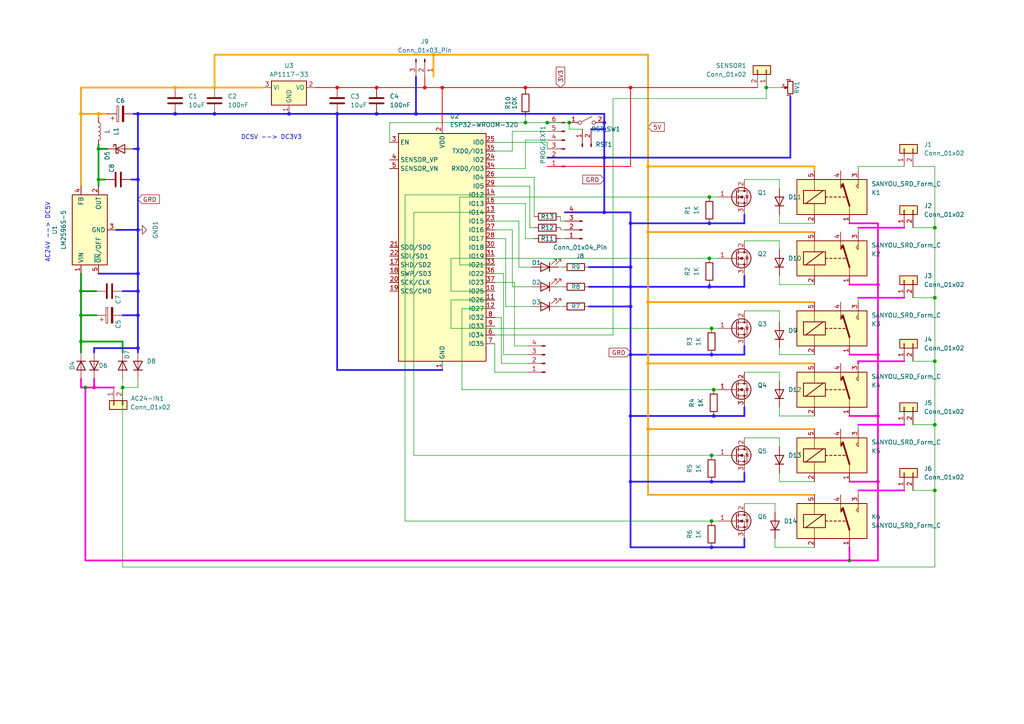
<source format=kicad_sch>
(kicad_sch (version 20230121) (generator eeschema)
  (paper "A4")
  (title_block (rev "1.2.0.1"))
  (junction (at 175.26 61.595) (color 41 23 255 1))
  (junction (at 23.495 99.06))
  (junction (at 28.575 43.18))
  (junction (at 254.635 139.7) (color 255 4 195 1))
  (junction (at 128.27 25.4) (color 255 0 4 1))
  (junction (at 254.635 102.87) (color 255 4 195 1))
  (junction (at 28.575 52.07))
  (junction (at 23.495 91.44))
  (junction (at 125.73 15.875) (color 255 158 14 1))
  (junction (at 40.005 43.18) (color 41 23 255 1))
  (junction (at 187.96 48.26) (color 255 158 14 1))
  (junction (at 62.23 25.4) (color 255 158 14 1))
  (junction (at 40.005 100.965) (color 41 23 255 1))
  (junction (at 206.375 95.25))
  (junction (at 205.74 57.15))
  (junction (at 165.1 35.56))
  (junction (at 83.82 33.02) (color 41 23 255 1))
  (junction (at 206.375 139.7) (color 41 23 255 1))
  (junction (at 222.25 25.4))
  (junction (at 206.375 151.13))
  (junction (at 207.01 120.65) (color 41 23 255 1))
  (junction (at 123.19 25.4) (color 255 0 4 1))
  (junction (at 97.79 33.02) (color 41 23 255 1))
  (junction (at 35.56 112.395))
  (junction (at 40.005 79.375) (color 41 23 255 1))
  (junction (at 50.8 25.4) (color 255 158 14 1))
  (junction (at 152.4 35.56))
  (junction (at 23.495 33.02) (color 255 158 14 1))
  (junction (at 182.88 102.87) (color 41 23 255 1))
  (junction (at 205.74 74.93))
  (junction (at 187.96 67.31) (color 255 158 14 1))
  (junction (at 109.22 25.4) (color 255 0 4 1))
  (junction (at 271.145 66.04))
  (junction (at 50.8 33.02) (color 41 23 255 1))
  (junction (at 271.145 142.24))
  (junction (at 187.96 124.46) (color 255 158 14 1))
  (junction (at 187.96 87.63) (color 255 158 14 1))
  (junction (at 175.26 35.56) (color 41 23 255 1))
  (junction (at 207.01 113.03))
  (junction (at 246.38 162.56))
  (junction (at 271.145 123.19))
  (junction (at 182.88 120.65) (color 41 23 255 1))
  (junction (at 271.145 86.36))
  (junction (at 97.79 25.4) (color 255 0 4 1))
  (junction (at 254.635 120.65) (color 255 4 195 1))
  (junction (at 120.65 33.02) (color 41 23 255 1))
  (junction (at 254.635 82.55) (color 255 4 195 1))
  (junction (at 40.005 66.675) (color 41 23 255 1))
  (junction (at 62.23 33.02) (color 41 23 255 1))
  (junction (at 182.88 25.4) (color 255 0 4 1))
  (junction (at 40.005 84.455) (color 41 23 255 1))
  (junction (at 206.375 132.08))
  (junction (at 271.145 104.775))
  (junction (at 182.88 88.9) (color 41 23 255 1))
  (junction (at 152.4 25.4) (color 255 0 4 1))
  (junction (at 27.305 112.395) (color 255 4 195 1))
  (junction (at 182.88 139.7) (color 41 23 255 1))
  (junction (at 175.26 37.465) (color 41 23 255 1))
  (junction (at 182.88 64.77) (color 41 23 255 1))
  (junction (at 205.74 64.77) (color 41 23 255 1))
  (junction (at 182.88 77.47) (color 41 23 255 1))
  (junction (at 205.74 83.185) (color 41 23 255 1))
  (junction (at 158.75 35.56))
  (junction (at 175.26 45.72) (color 41 23 255 1))
  (junction (at 206.375 158.75) (color 41 23 255 1))
  (junction (at 40.005 91.44) (color 41 23 255 1))
  (junction (at 109.22 33.02) (color 41 23 255 1))
  (junction (at 40.005 33.02) (color 41 23 255 1))
  (junction (at 187.96 105.41) (color 255 158 14 1))
  (junction (at 182.88 83.185) (color 41 23 255 1))
  (junction (at 24.765 112.395))
  (junction (at 206.375 102.87) (color 41 23 255 1))
  (junction (at 23.495 84.455))
  (junction (at 28.575 33.02) (color 255 158 14 1))
  (junction (at 40.005 52.07) (color 41 23 255 1))
  (wire (pts (xy 146.685 69.215) (xy 143.51 69.215)))
  (wire (pts (xy 120.65 22.225) (xy 120.65 33.02)) (stroke (width 0.5) (color 41 23 255 1)))
  (wire (pts (xy 187.96 87.63) (xy 236.22 87.63)) (stroke (width 0.5) (color 255 158 14 1)))
  (wire (pts (xy 236.22 49.53) (xy 236.22 48.26)) (stroke (width 0.5) (color 255 158 14 1)))
  (wire (pts (xy 23.495 84.455) (xy 23.495 91.44)) (stroke (width 0.5)))
  (wire (pts (xy 224.79 148.59) (xy 224.79 146.05)))
  (wire (pts (xy 28.575 52.07) (xy 28.575 43.18)) (stroke (width 0.5)))
  (wire (pts (xy 23.495 84.455) (xy 27.94 84.455)) (stroke (width 0.5)))
  (wire (pts (xy 40.005 84.455) (xy 40.005 91.44)) (stroke (width 0.5) (color 41 23 255 1)))
  (wire (pts (xy 205.74 74.93) (xy 208.28 74.93)))
  (wire (pts (xy 170.815 77.47) (xy 182.88 77.47)) (stroke (width 0.5) (color 41 23 255 1)))
  (wire (pts (xy 143.51 43.815) (xy 148.59 43.815)))
  (wire (pts (xy 226.06 127) (xy 226.06 129.54)))
  (wire (pts (xy 152.4 25.4) (xy 182.88 25.4)) (stroke (width 0.25) (color 255 0 4 1)))
  (wire (pts (xy 83.82 33.02) (xy 97.79 33.02)) (stroke (width 0.5) (color 41 23 255 1)))
  (wire (pts (xy 109.22 25.4) (xy 123.19 25.4)) (stroke (width 0.25) (color 255 0 4 1)))
  (wire (pts (xy 226.06 102.87) (xy 236.22 102.87)))
  (wire (pts (xy 33.655 66.675) (xy 40.005 66.675)) (stroke (width 0.5) (color 41 23 255 1)))
  (wire (pts (xy 236.22 158.75) (xy 224.79 158.75)))
  (wire (pts (xy 130.81 86.995) (xy 143.51 86.995)))
  (wire (pts (xy 158.75 40.64) (xy 152.4 40.64)))
  (wire (pts (xy 215.9 120.65) (xy 215.9 118.11)) (stroke (width 0.5) (color 41 23 255 1)))
  (wire (pts (xy 248.92 48.26) (xy 262.255 48.26)))
  (wire (pts (xy 187.96 124.46) (xy 187.96 143.51)) (stroke (width 0.5) (color 255 158 14 1)))
  (wire (pts (xy 168.91 37.465) (xy 165.1 37.465)))
  (wire (pts (xy 133.985 89.535) (xy 143.51 89.535)))
  (wire (pts (xy 154.94 51.435) (xy 154.94 62.865)))
  (wire (pts (xy 154.305 77.47) (xy 150.495 77.47)))
  (wire (pts (xy 24.765 112.395) (xy 27.305 112.395)) (stroke (width 0.5) (color 255 4 195 1)))
  (wire (pts (xy 264.795 123.19) (xy 271.145 123.19)))
  (wire (pts (xy 97.79 25.4) (xy 109.22 25.4)) (stroke (width 0.25) (color 255 0 4 1)))
  (wire (pts (xy 38.735 33.02) (xy 40.005 33.02)) (stroke (width 0.5) (color 41 23 255 1)))
  (wire (pts (xy 182.88 77.47) (xy 182.88 83.185)) (stroke (width 0.5) (color 41 23 255 1)))
  (wire (pts (xy 222.25 25.4) (xy 222.25 28.575)))
  (wire (pts (xy 182.88 25.4) (xy 182.88 48.26)) (stroke (width 0.25) (color 255 0 4 1)))
  (wire (pts (xy 182.88 158.75) (xy 182.88 139.7)) (stroke (width 0.5) (color 41 23 255 1)))
  (wire (pts (xy 120.65 33.02) (xy 175.26 33.02)) (stroke (width 0.5) (color 41 23 255 1)))
  (wire (pts (xy 133.35 57.15) (xy 205.74 57.15)))
  (wire (pts (xy 248.92 104.775) (xy 262.255 104.775)) (stroke (width 0.5) (color 255 0 251 1)))
  (wire (pts (xy 133.985 113.03) (xy 133.985 89.535)))
  (wire (pts (xy 23.495 53.975) (xy 23.495 33.02)) (stroke (width 0.5) (color 255 158 14 1)))
  (wire (pts (xy 248.92 123.19) (xy 262.255 123.19)) (stroke (width 0.5) (color 255 0 251 1)))
  (wire (pts (xy 152.4 25.4) (xy 152.4 26.035)) (stroke (width 0.25) (color 255 0 4 1)))
  (wire (pts (xy 182.88 102.87) (xy 182.88 120.65)) (stroke (width 0.5) (color 41 23 255 1)))
  (wire (pts (xy 130.81 74.93) (xy 205.74 74.93)))
  (wire (pts (xy 24.765 162.56) (xy 246.38 162.56)) (stroke (width 0.5) (color 255 4 195 1)))
  (wire (pts (xy 149.225 100.33) (xy 149.225 81.915)))
  (wire (pts (xy 248.92 86.36) (xy 262.255 86.36)) (stroke (width 0.5) (color 255 0 251 1)))
  (wire (pts (xy 254.635 64.77) (xy 246.38 64.77)) (stroke (width 0.5) (color 255 4 195 1)))
  (wire (pts (xy 206.375 132.08) (xy 208.28 132.08)))
  (wire (pts (xy 123.19 22.225) (xy 123.19 25.4)) (stroke (width 0.25) (color 255 0 4 1)))
  (wire (pts (xy 27.305 112.395) (xy 33.02 112.395)) (stroke (width 0.5) (color 255 4 195 1)))
  (wire (pts (xy 226.06 80.01) (xy 226.06 82.55)))
  (wire (pts (xy 38.735 43.18) (xy 40.005 43.18)) (stroke (width 0.5) (color 41 23 255 1)))
  (wire (pts (xy 35.56 164.465) (xy 35.56 112.395)))
  (wire (pts (xy 248.92 86.36) (xy 248.92 87.63)))
  (wire (pts (xy 153.67 53.975) (xy 153.67 66.04)))
  (wire (pts (xy 175.26 45.72) (xy 175.26 61.595)) (stroke (width 0.5) (color 41 23 255 1)))
  (wire (pts (xy 271.145 123.19) (xy 271.145 142.24)))
  (wire (pts (xy 171.45 37.465) (xy 175.26 37.465)) (stroke (width 0.5) (color 41 23 255 1)))
  (wire (pts (xy 175.26 33.02) (xy 175.26 35.56)) (stroke (width 0.5) (color 41 23 255 1)))
  (wire (pts (xy 254.635 64.77) (xy 254.635 82.55)) (stroke (width 0.5) (color 255 4 195 1)))
  (wire (pts (xy 226.06 62.23) (xy 226.06 64.77)))
  (wire (pts (xy 117.475 151.13) (xy 206.375 151.13)))
  (wire (pts (xy 125.73 15.875) (xy 187.96 15.875)) (stroke (width 0.5) (color 255 158 14 1)))
  (wire (pts (xy 264.795 104.775) (xy 271.145 104.775)))
  (wire (pts (xy 158.75 41.275) (xy 158.75 43.18)))
  (wire (pts (xy 170.815 83.185) (xy 182.88 83.185)) (stroke (width 0.5) (color 41 23 255 1)))
  (wire (pts (xy 145.415 92.075) (xy 143.51 92.075)))
  (wire (pts (xy 28.575 33.02) (xy 31.115 33.02)) (stroke (width 0.5) (color 255 158 14 1)))
  (wire (pts (xy 248.92 66.04) (xy 262.255 66.04)) (stroke (width 0.5) (color 255 0 251 1)))
  (wire (pts (xy 143.51 97.155) (xy 177.8 97.155)))
  (wire (pts (xy 161.925 83.185) (xy 163.195 83.185)))
  (wire (pts (xy 153.035 102.87) (xy 146.05 102.87)))
  (wire (pts (xy 205.74 64.77) (xy 215.9 64.77)) (stroke (width 0.5) (color 41 23 255 1)))
  (wire (pts (xy 248.92 48.26) (xy 248.92 49.53)))
  (wire (pts (xy 163.195 77.47) (xy 161.925 77.47)))
  (wire (pts (xy 246.38 162.56) (xy 254.635 162.56)) (stroke (width 0.5) (color 255 4 195 1)))
  (wire (pts (xy 254.635 82.55) (xy 254.635 102.87)) (stroke (width 0.5) (color 255 4 195 1)))
  (wire (pts (xy 215.9 139.7) (xy 215.9 137.16)) (stroke (width 0.5) (color 41 23 255 1)))
  (wire (pts (xy 226.06 64.77) (xy 236.22 64.77)))
  (wire (pts (xy 248.92 142.24) (xy 262.255 142.24)) (stroke (width 0.5) (color 255 0 251 1)))
  (wire (pts (xy 40.005 79.375) (xy 40.005 84.455)) (stroke (width 0.5) (color 41 23 255 1)))
  (wire (pts (xy 175.26 61.595) (xy 163.83 61.595)) (stroke (width 0.5) (color 41 23 255 1)))
  (wire (pts (xy 271.145 86.36) (xy 271.145 104.775)))
  (wire (pts (xy 246.38 158.75) (xy 246.38 162.56)) (stroke (width 0.5) (color 255 4 195 1)))
  (wire (pts (xy 40.005 43.18) (xy 40.005 33.02)) (stroke (width 0.5) (color 41 23 255 1)))
  (wire (pts (xy 182.88 158.75) (xy 206.375 158.75)) (stroke (width 0.5) (color 41 23 255 1)))
  (wire (pts (xy 120.015 61.595) (xy 143.51 61.595)))
  (wire (pts (xy 28.575 79.375) (xy 40.005 79.375)) (stroke (width 0.5) (color 41 23 255 1)))
  (wire (pts (xy 62.23 33.02) (xy 83.82 33.02)) (stroke (width 0.5) (color 41 23 255 1)))
  (wire (pts (xy 28.575 53.975) (xy 28.575 52.07)) (stroke (width 0.5)))
  (wire (pts (xy 215.9 69.85) (xy 226.06 69.85)))
  (wire (pts (xy 152.4 33.655) (xy 152.4 35.56)))
  (wire (pts (xy 153.035 100.33) (xy 149.225 100.33)))
  (wire (pts (xy 146.685 88.9) (xy 146.685 69.215)))
  (wire (pts (xy 175.26 37.465) (xy 175.26 45.72)) (stroke (width 0.5) (color 41 23 255 1)))
  (wire (pts (xy 143.51 56.515) (xy 117.475 56.515)))
  (wire (pts (xy 163.83 66.675) (xy 162.56 66.675)))
  (wire (pts (xy 205.74 83.185) (xy 215.9 83.185)) (stroke (width 0.5) (color 41 23 255 1)))
  (wire (pts (xy 120.015 132.08) (xy 120.015 61.595)))
  (wire (pts (xy 143.51 59.055) (xy 152.4 59.055)))
  (wire (pts (xy 205.74 57.15) (xy 208.28 57.15)))
  (wire (pts (xy 148.59 38.1) (xy 148.59 43.815)))
  (wire (pts (xy 152.4 35.56) (xy 158.75 35.56)))
  (wire (pts (xy 130.81 84.455) (xy 143.51 84.455)))
  (wire (pts (xy 146.05 79.375) (xy 146.05 102.87)))
  (wire (pts (xy 206.375 139.7) (xy 215.9 139.7)) (stroke (width 0.5) (color 41 23 255 1)))
  (wire (pts (xy 91.44 25.4) (xy 97.79 25.4)) (stroke (width 0.25) (color 255 0 4 1)))
  (wire (pts (xy 143.51 41.275) (xy 158.75 41.275)))
  (wire (pts (xy 207.01 113.03) (xy 208.28 113.03)))
  (wire (pts (xy 271.145 66.04) (xy 271.145 86.36)))
  (wire (pts (xy 97.79 33.02) (xy 97.79 107.315)) (stroke (width 0.5) (color 41 23 255 1)))
  (wire (pts (xy 264.795 48.26) (xy 271.145 48.26)))
  (wire (pts (xy 152.4 59.055) (xy 152.4 69.215)))
  (wire (pts (xy 163.83 64.135) (xy 162.56 64.135)))
  (wire (pts (xy 40.005 79.375) (xy 40.005 66.675)) (stroke (width 0.5) (color 41 23 255 1)))
  (wire (pts (xy 222.25 25.4) (xy 226.695 25.4)))
  (wire (pts (xy 35.56 112.395) (xy 40.005 112.395)))
  (wire (pts (xy 229.235 27.94) (xy 229.235 45.72)) (stroke (width 0.5) (color 41 23 255 1)))
  (wire (pts (xy 146.05 79.375) (xy 143.51 79.375)))
  (wire (pts (xy 226.06 52.07) (xy 226.06 54.61)))
  (wire (pts (xy 143.51 81.915) (xy 149.225 81.915)))
  (wire (pts (xy 246.38 120.65) (xy 254.635 120.65)) (stroke (width 0.5) (color 255 4 195 1)))
  (wire (pts (xy 187.96 105.41) (xy 236.22 105.41)) (stroke (width 0.5) (color 255 158 14 1)))
  (wire (pts (xy 113.03 35.56) (xy 152.4 35.56)))
  (wire (pts (xy 187.96 124.46) (xy 236.22 124.46)) (stroke (width 0.5) (color 255 158 14 1)))
  (wire (pts (xy 246.38 139.7) (xy 254.635 139.7)) (stroke (width 0.5) (color 255 4 195 1)))
  (wire (pts (xy 271.145 48.26) (xy 271.145 66.04)))
  (wire (pts (xy 165.1 37.465) (xy 165.1 35.56)))
  (wire (pts (xy 40.005 91.44) (xy 40.005 100.965)) (stroke (width 0.5) (color 41 23 255 1)))
  (wire (pts (xy 222.25 28.575) (xy 177.8 28.575)))
  (wire (pts (xy 215.9 102.87) (xy 206.375 102.87)) (stroke (width 0.5) (color 41 23 255 1)))
  (wire (pts (xy 206.375 151.13) (xy 208.28 151.13)))
  (wire (pts (xy 162.56 66.675) (xy 162.56 66.04)))
  (wire (pts (xy 23.495 99.06) (xy 23.495 102.235)) (stroke (width 0.5)))
  (wire (pts (xy 162.56 64.135) (xy 162.56 62.865)))
  (wire (pts (xy 215.9 102.87) (xy 215.9 100.33)) (stroke (width 0.5) (color 41 23 255 1)))
  (wire (pts (xy 182.88 48.26) (xy 158.75 48.26)) (stroke (width 0.25) (color 255 0 4 1)))
  (wire (pts (xy 97.79 107.315) (xy 128.27 107.315)) (stroke (width 0.5) (color 41 23 255 1)))
  (wire (pts (xy 187.96 67.31) (xy 187.96 87.63)) (stroke (width 0.5) (color 255 158 14 1)))
  (wire (pts (xy 23.495 109.855) (xy 23.495 112.395)) (stroke (width 0.5) (color 255 4 195 1)))
  (wire (pts (xy 154.94 51.435) (xy 143.51 51.435)))
  (wire (pts (xy 130.81 95.25) (xy 130.81 86.995)))
  (wire (pts (xy 62.23 15.875) (xy 62.23 25.4)) (stroke (width 0.5) (color 255 158 14 1)))
  (wire (pts (xy 236.22 67.31) (xy 187.96 67.31)) (stroke (width 0.5) (color 255 158 14 1)))
  (wire (pts (xy 154.305 83.185) (xy 148.59 83.185)))
  (wire (pts (xy 248.92 142.24) (xy 248.92 143.51)))
  (wire (pts (xy 226.06 120.65) (xy 236.22 120.65)))
  (wire (pts (xy 248.92 104.775) (xy 248.92 105.41)) (stroke (width 0.5) (color 255 0 251 1)))
  (wire (pts (xy 207.01 120.65) (xy 182.88 120.65)) (stroke (width 0.5) (color 41 23 255 1)))
  (wire (pts (xy 187.96 87.63) (xy 187.96 105.41)) (stroke (width 0.5) (color 255 158 14 1)))
  (wire (pts (xy 158.75 38.1) (xy 148.59 38.1)))
  (wire (pts (xy 133.35 57.15) (xy 133.35 76.835)))
  (wire (pts (xy 23.495 91.44) (xy 23.495 99.06)) (stroke (width 0.5)))
  (wire (pts (xy 123.19 25.4) (xy 128.27 25.4)) (stroke (width 0.25) (color 255 0 4 1)))
  (wire (pts (xy 97.79 33.02) (xy 109.22 33.02)) (stroke (width 0.5) (color 41 23 255 1)))
  (wire (pts (xy 248.92 66.04) (xy 248.92 67.31)))
  (wire (pts (xy 154.94 66.04) (xy 153.67 66.04)))
  (wire (pts (xy 125.73 15.875) (xy 125.73 22.225)) (stroke (width 0.5) (color 255 158 14 1)))
  (wire (pts (xy 40.005 84.455) (xy 35.56 84.455)) (stroke (width 0.5) (color 41 23 255 1)))
  (wire (pts (xy 23.495 25.4) (xy 23.495 33.02)) (stroke (width 0.5) (color 255 158 14 1)))
  (wire (pts (xy 177.8 28.575) (xy 177.8 97.155)))
  (wire (pts (xy 23.495 25.4) (xy 50.8 25.4)) (stroke (width 0.5) (color 255 158 14 1)))
  (wire (pts (xy 224.79 146.05) (xy 215.9 146.05)))
  (wire (pts (xy 40.005 100.965) (xy 40.005 102.235)) (stroke (width 0.5) (color 41 23 255 1)))
  (wire (pts (xy 226.06 139.7) (xy 236.22 139.7)))
  (wire (pts (xy 215.9 90.17) (xy 226.06 90.17)))
  (wire (pts (xy 130.81 74.93) (xy 130.81 84.455)))
  (wire (pts (xy 145.415 105.41) (xy 145.415 92.075)))
  (wire (pts (xy 27.305 100.965) (xy 27.305 102.235)) (stroke (width 0.5) (color 41 23 255 1)))
  (wire (pts (xy 182.88 83.185) (xy 182.88 88.9)) (stroke (width 0.5) (color 41 23 255 1)))
  (wire (pts (xy 40.005 33.02) (xy 50.8 33.02)) (stroke (width 0.5) (color 41 23 255 1)))
  (wire (pts (xy 28.575 34.29) (xy 28.575 33.02)) (stroke (width 0.5) (color 255 158 14 1)))
  (wire (pts (xy 187.96 48.26) (xy 187.96 67.31)) (stroke (width 0.5) (color 255 158 14 1)))
  (wire (pts (xy 23.495 79.375) (xy 23.495 84.455)) (stroke (width 0.5)))
  (wire (pts (xy 24.765 112.395) (xy 23.495 112.395)) (stroke (width 0.5) (color 255 4 195 1)))
  (wire (pts (xy 128.27 25.4) (xy 152.4 25.4)) (stroke (width 0.25) (color 255 0 4 1)))
  (wire (pts (xy 158.75 35.56) (xy 165.1 35.56)))
  (wire (pts (xy 215.9 127) (xy 226.06 127)))
  (wire (pts (xy 215.9 64.77) (xy 215.9 62.23)) (stroke (width 0.5) (color 41 23 255 1)))
  (wire (pts (xy 215.9 120.65) (xy 207.01 120.65)) (stroke (width 0.5) (color 41 23 255 1)))
  (wire (pts (xy 120.015 132.08) (xy 206.375 132.08)))
  (wire (pts (xy 182.88 83.185) (xy 205.74 83.185)) (stroke (width 0.5) (color 41 23 255 1)))
  (wire (pts (xy 182.88 25.4) (xy 219.71 25.4)) (stroke (width 0.25) (color 255 0 4 1)))
  (wire (pts (xy 182.88 64.77) (xy 182.88 61.595)) (stroke (width 0.5) (color 41 23 255 1)))
  (wire (pts (xy 23.495 91.44) (xy 27.94 91.44)) (stroke (width 0.5)))
  (wire (pts (xy 246.38 82.55) (xy 254.635 82.55)) (stroke (width 0.5) (color 255 4 195 1)))
  (wire (pts (xy 133.985 113.03) (xy 207.01 113.03)))
  (wire (pts (xy 205.74 82.55) (xy 205.74 83.185)) (stroke (width 0.5) (color 41 23 255 1)))
  (wire (pts (xy 226.06 137.16) (xy 226.06 139.7)))
  (wire (pts (xy 130.81 95.25) (xy 206.375 95.25)))
  (wire (pts (xy 226.06 118.11) (xy 226.06 120.65)))
  (wire (pts (xy 117.475 56.515) (xy 117.475 151.13)))
  (wire (pts (xy 143.51 107.95) (xy 143.51 99.695)))
  (wire (pts (xy 206.375 102.87) (xy 182.88 102.87)) (stroke (width 0.5) (color 41 23 255 1)))
  (wire (pts (xy 254.635 120.65) (xy 254.635 139.7)) (stroke (width 0.5) (color 255 4 195 1)))
  (wire (pts (xy 206.375 95.25) (xy 208.28 95.25)))
  (wire (pts (xy 271.145 104.775) (xy 271.145 123.19)))
  (wire (pts (xy 128.27 25.4) (xy 128.27 36.195)) (stroke (width 0.25) (color 255 0 4 1)))
  (wire (pts (xy 182.88 61.595) (xy 175.26 61.595)) (stroke (width 0.5) (color 41 23 255 1)))
  (wire (pts (xy 254.635 139.7) (xy 254.635 162.56)) (stroke (width 0.5) (color 255 4 195 1)))
  (wire (pts (xy 248.92 123.19) (xy 248.92 124.46)))
  (wire (pts (xy 62.23 15.875) (xy 125.73 15.875)) (stroke (width 0.5) (color 255 158 14 1)))
  (wire (pts (xy 187.96 105.41) (xy 187.96 124.46)) (stroke (width 0.5) (color 255 158 14 1)))
  (wire (pts (xy 50.8 25.4) (xy 62.23 25.4)) (stroke (width 0.5) (color 255 158 14 1)))
  (wire (pts (xy 158.75 45.72) (xy 175.26 45.72)) (stroke (width 0.5) (color 41 23 255 1)))
  (wire (pts (xy 153.035 107.95) (xy 143.51 107.95)))
  (wire (pts (xy 182.88 64.77) (xy 205.74 64.77)) (stroke (width 0.5) (color 41 23 255 1)))
  (wire (pts (xy 229.235 45.72) (xy 175.26 45.72)) (stroke (width 0.5) (color 41 23 255 1)))
  (wire (pts (xy 28.575 43.18) (xy 31.115 43.18)) (stroke (width 0.5)))
  (wire (pts (xy 150.495 64.135) (xy 143.51 64.135)))
  (wire (pts (xy 40.005 52.07) (xy 40.005 66.675)) (stroke (width 0.5) (color 41 23 255 1)))
  (wire (pts (xy 236.22 48.26) (xy 187.96 48.26)) (stroke (width 0.5) (color 255 158 14 1)))
  (wire (pts (xy 206.375 139.7) (xy 182.88 139.7)) (stroke (width 0.5) (color 41 23 255 1)))
  (wire (pts (xy 170.815 88.9) (xy 182.88 88.9)) (stroke (width 0.5) (color 41 23 255 1)))
  (wire (pts (xy 271.145 164.465) (xy 35.56 164.465)))
  (wire (pts (xy 27.305 100.965) (xy 40.005 100.965)) (stroke (width 0.5) (color 41 23 255 1)))
  (wire (pts (xy 24.765 112.395) (xy 24.765 162.56)) (stroke (width 0.5) (color 255 4 195 1)))
  (wire (pts (xy 38.1 52.07) (xy 40.005 52.07)) (stroke (width 0.5) (color 41 23 255 1)))
  (wire (pts (xy 264.795 66.04) (xy 271.145 66.04)))
  (wire (pts (xy 133.35 76.835) (xy 143.51 76.835)))
  (wire (pts (xy 215.9 156.21) (xy 215.9 158.75)) (stroke (width 0.5) (color 41 23 255 1)))
  (wire (pts (xy 148.59 66.675) (xy 143.51 66.675)))
  (wire (pts (xy 35.56 91.44) (xy 40.005 91.44)) (stroke (width 0.5) (color 41 23 255 1)))
  (wire (pts (xy 152.4 69.215) (xy 154.94 69.215)))
  (wire (pts (xy 40.005 43.18) (xy 40.005 52.07)) (stroke (width 0.5) (color 41 23 255 1)))
  (wire (pts (xy 224.79 158.75) (xy 224.79 156.21)))
  (wire (pts (xy 215.9 52.07) (xy 226.06 52.07)))
  (wire (pts (xy 113.03 35.56) (xy 113.03 41.275)))
  (wire (pts (xy 152.4 48.895) (xy 143.51 48.895)))
  (wire (pts (xy 143.51 53.975) (xy 153.67 53.975)))
  (wire (pts (xy 162.56 69.215) (xy 163.83 69.215)))
  (wire (pts (xy 187.96 15.875) (xy 187.96 48.26)) (stroke (width 0.5) (color 255 158 14 1)))
  (wire (pts (xy 35.56 109.855) (xy 35.56 112.395)))
  (wire (pts (xy 182.88 88.9) (xy 182.88 102.87)) (stroke (width 0.5) (color 41 23 255 1)))
  (wire (pts (xy 254.635 102.87) (xy 254.635 120.65)) (stroke (width 0.5) (color 255 4 195 1)))
  (wire (pts (xy 271.145 142.24) (xy 271.145 164.465)))
  (wire (pts (xy 226.06 107.95) (xy 226.06 110.49)))
  (wire (pts (xy 23.495 99.06) (xy 35.56 99.06)) (stroke (width 0.5)))
  (wire (pts (xy 153.035 105.41) (xy 145.415 105.41)))
  (wire (pts (xy 182.88 139.7) (xy 182.88 120.65)) (stroke (width 0.5) (color 41 23 255 1)))
  (wire (pts (xy 148.59 83.185) (xy 148.59 66.675)))
  (wire (pts (xy 23.495 91.44) (xy 23.495 96.52)))
  (wire (pts (xy 226.06 69.85) (xy 226.06 72.39)))
  (wire (pts (xy 30.48 52.07) (xy 28.575 52.07)) (stroke (width 0.5)))
  (wire (pts (xy 27.305 109.855) (xy 27.305 112.395)) (stroke (width 0.5) (color 255 4 195 1)))
  (wire (pts (xy 62.23 25.4) (xy 76.2 25.4)) (stroke (width 0.5) (color 255 158 14 1)))
  (wire (pts (xy 215.9 83.185) (xy 215.9 80.01)) (stroke (width 0.5) (color 41 23 255 1)))
  (wire (pts (xy 50.8 33.02) (xy 62.23 33.02)) (stroke (width 0.5) (color 41 23 255 1)))
  (wire (pts (xy 150.495 77.47) (xy 150.495 64.135)))
  (wire (pts (xy 35.56 99.06) (xy 35.56 102.235)) (stroke (width 0.5)))
  (wire (pts (xy 40.005 112.395) (xy 40.005 109.855)))
  (wire (pts (xy 175.26 35.56) (xy 175.26 37.465)) (stroke (width 0.5) (color 41 23 255 1)))
  (wire (pts (xy 246.38 102.87) (xy 254.635 102.87)) (stroke (width 0.5) (color 255 4 195 1)))
  (wire (pts (xy 264.795 142.24) (xy 271.145 142.24)))
  (wire (pts (xy 23.495 33.02) (xy 28.575 33.02)) (stroke (width 0.5) (color 255 158 14 1)))
  (wire (pts (xy 226.06 82.55) (xy 236.22 82.55)))
  (wire (pts (xy 226.06 100.965) (xy 226.06 102.87)))
  (wire (pts (xy 182.88 64.77) (xy 182.88 77.47)) (stroke (width 0.5) (color 41 23 255 1)))
  (wire (pts (xy 152.4 40.64) (xy 152.4 48.895)))
  (wire (pts (xy 226.06 90.17) (xy 226.06 93.345)))
  (wire (pts (xy 109.22 33.02) (xy 120.65 33.02)) (stroke (width 0.5) (color 41 23 255 1)))
  (wire (pts (xy 206.375 158.75) (xy 215.9 158.75)) (stroke (width 0.5) (color 41 23 255 1)))
  (wire (pts (xy 264.795 86.36) (xy 271.145 86.36)))
  (wire (pts (xy 154.305 88.9) (xy 146.685 88.9)))
  (wire (pts (xy 236.22 143.51) (xy 187.96 143.51)) (stroke (width 0.5) (color 255 158 14 1)))
  (wire (pts (xy 163.195 88.9) (xy 161.925 88.9)))
  (wire (pts (xy 28.575 43.18) (xy 28.575 41.91)) (stroke (width 0.5)))
  (wire (pts (xy 215.9 107.95) (xy 226.06 107.95)))
  (text "DC5V --> DC3V3" (at 69.85 40.64 0) (effects (font (size 1.27 1.27)) (justify left bottom)))
  (text "AC24V --> DC5V" (at 14.605 76.2 90) (effects (font (size 1.27 1.27)) (justify left bottom)))
  (global_label "5V" (shape input) (at 187.96 36.83 0) (property "Intersheetrefs" "${INTERSHEET_REFS}" (effects hide)))
  (global_label "GRD" (shape input) (at 182.88 102.235 180) (property "Intersheetrefs" "${INTERSHEET_REFS}" (effects hide)))
  (global_label "3V3" (shape input) (at 162.56 25.4 90) (property "Intersheetrefs" "${INTERSHEET_REFS}" (effects hide)))
  (global_label "GRD" (shape input) (at 40.005 57.785 0) (property "Intersheetrefs" "${INTERSHEET_REFS}" (effects hide)))
  (global_label "GRD" (shape input) (at 175.26 52.07 180) (property "Intersheetrefs" "${INTERSHEET_REFS}" (effects hide)))
  (symbol (lib_id "Connector_Generic:Conn_01x02") (at 262.255 81.28 90) (unit 1)
    (property "Reference" "J3" (at 267.97 80.01 90) (effects (justify right)))
    (property "Value" "Conn_01x02" (at 267.97 82.55 90) (effects (justify right)))
    (property "Footprint" "Connector:JWT_A3963_1x02_P3.96mm_Vertical" (effects hide))
    (property "LCSC" "C3031444" (effects hide))
  )
  (symbol (lib_id "Relay:SANYOU_SRD_Form_C") (at 241.3 151.13 0) (unit 1)
    (property "Reference" "K6" (at 252.73 149.86 0) (effects (justify left)))
    (property "Value" "SANYOU_SRD_Form_C" (at 252.73 152.4 0) (effects (justify left)))
    (property "Footprint" "Relay_THT:Relay_SPDT_SANYOU_SRD_Series_Form_C" (effects hide))
    (property "Datasheet" "http://www.sanyourelay.ca/public/products/pdf/SRD.pdf" (effects hide))
    (property "LCSC" "C35449" (effects hide))
  )
  (symbol (lib_id "Device:R") (at 206.375 135.89 0) (unit 1)
    (property "Reference" "R5" (at 200.025 135.89 90))
    (property "Value" "1K" (at 202.565 135.89 90))
    (property "Footprint" "Resistor_SMD:R_1206_3216Metric" (effects hide))
    (property "LCSC" "C4410" (effects hide))
  )
  (symbol (lib_id "Connector_Generic:Conn_01x02") (at 262.255 118.11 90) (unit 1)
    (property "Reference" "J5" (at 267.97 116.84 90) (effects (justify right)))
    (property "Value" "Conn_01x02" (at 267.97 119.38 90) (effects (justify right)))
    (property "Footprint" "Connector:JWT_A3963_1x02_P3.96mm_Vertical" (effects hide))
    (property "LCSC" "C3031444" (effects hide))
  )
  (symbol (lib_id "Device:LED") (at 158.115 88.9 180) (unit 1)
    (property "Reference" "D3" (at 155.575 87.63 0))
    (property "Value" "LED" (effects hide))
    (property "Footprint" "LED_SMD:LED_0402_1005Metric" (effects hide))
    (property "LCSC" "C130721" (effects hide))
  )
  (symbol (lib_id "power:GND1") (at 40.005 66.675 90) (unit 1)
    (property "Reference" "#PWR04" (effects hide))
    (property "Value" "GND1" (at 45.085 66.675 0))
  )
  (symbol (lib_id "Device:R") (at 207.01 116.84 0) (unit 1)
    (property "Reference" "R4" (at 200.66 116.84 90))
    (property "Value" "1K" (at 203.2 116.84 90))
    (property "Footprint" "Resistor_SMD:R_1206_3216Metric" (effects hide))
    (property "LCSC" "C4410" (effects hide))
  )
  (symbol (lib_id "Device:R") (at 206.375 99.06 0) (unit 1)
    (property "Reference" "R3" (at 200.025 99.06 90))
    (property "Value" "1K" (at 202.565 99.06 90))
    (property "Footprint" "Resistor_SMD:R_1206_3216Metric" (effects hide))
    (property "LCSC" "C4410" (effects hide))
  )
  (symbol (lib_id "Device:R") (at 167.005 88.9 270) (unit 1)
    (property "Reference" "R7" (at 167.005 88.9 90))
    (property "Value" "130" (effects hide))
    (property "Footprint" "Resistor_SMD:R_0201_0603Metric" (effects hide))
    (property "LCSC" "C22808" (effects hide))
  )
  (symbol (lib_id "Diode:US1A") (at 226.06 58.42 90) (unit 1)
    (property "Reference" "D11" (at 228.6 57.15 90) (effects (justify right)))
    (property "Value" "75V 400mW Single 1V@50mA 4ns 150mA SOD-123 Switching Diode ROHS" (effects hide))
    (property "Footprint" "Diode_SMD:D_SOD-123" (effects hide))
    (property "Sim.Device" "D" (effects hide))
    (property "Sim.Pins" "1=K 2=A" (effects hide))
    (property "LCSC" "C81598" (effects hide))
  )
  (symbol (lib_id "Switch:SW_SPST") (at 170.18 35.56 0) (unit 1)
    (property "Reference" "RST_SW1" (at 171.45 37.465 0) (effects (justify left)))
    (property "Value" "SW_SPST" (effects hide))
    (property "Footprint" "Button_Switch_SMD:SW_SPST_TL3342" (effects hide))
  )
  (symbol (lib_id "Device:R") (at 158.75 66.04 270) (unit 1)
    (property "Reference" "R12" (at 158.75 66.04 90))
    (property "Value" "130" (effects hide))
    (property "Footprint" "Resistor_SMD:R_0201_0603Metric" (effects hide))
    (property "LCSC" "C22808" (effects hide))
  )
  (symbol (lib_id "Connector_Generic:Conn_01x02") (at 262.255 43.18 90) (unit 1)
    (property "Reference" "J1" (at 267.97 41.91 90) (effects (justify right)))
    (property "Value" "Conn_01x02" (at 267.97 44.45 90) (effects (justify right)))
    (property "Footprint" "Connector:JWT_A3963_1x02_P3.96mm_Vertical" (effects hide))
    (property "LCSC" "C3031444" (effects hide))
  )
  (symbol (lib_id "Device:Q_NMOS_GDS") (at 213.36 57.15 0) (unit 1)
    (property "Reference" "Q1" (at 219.71 55.88 0) (effects (justify left)))
    (property "Value" "Q_NMOS_GDS" (effects hide))
    (property "Footprint" "smd to:TO-252-2" (effects hide))
    (property "LCSC" "C3010" (effects hide))
  )
  (symbol (lib_id "Diode:US1A") (at 226.06 133.35 90) (unit 1)
    (property "Reference" "D13" (at 228.6 132.08 90) (effects (justify right)))
    (property "Value" "75V 400mW Single 1V@50mA 4ns 150mA SOD-123 Switching Diode ROHS" (effects hide))
    (property "Footprint" "Diode_SMD:D_SOD-123" (effects hide))
    (property "Sim.Device" "D" (effects hide))
    (property "Sim.Pins" "1=K 2=A" (effects hide))
    (property "LCSC" "C81598" (effects hide))
  )
  (symbol (lib_id "Diode:US1A") (at 226.06 114.3 90) (unit 1)
    (property "Reference" "D12" (at 228.6 113.03 90) (effects (justify right)))
    (property "Value" "75V 400mW Single 1V@50mA 4ns 150mA SOD-123 Switching Diode ROHS" (effects hide))
    (property "Footprint" "Diode_SMD:D_SOD-123" (effects hide))
    (property "Sim.Device" "D" (effects hide))
    (property "Sim.Pins" "1=K 2=A" (effects hide))
    (property "LCSC" "C81598" (effects hide))
  )
  (symbol (lib_id "Device:Q_NMOS_GDS") (at 213.36 113.03 0) (unit 1)
    (property "Reference" "Q4" (at 219.71 111.76 0) (effects (justify left)))
    (property "Value" "Q_NMOS_GDS" (effects hide))
    (property "Footprint" "smd to:TO-252-2" (effects hide))
    (property "LCSC" "C3010" (effects hide))
  )
  (symbol (lib_id "Diode:US1A") (at 35.56 106.045 270) (unit 1)
    (property "Reference" "D7" (at 36.83 102.87 0))
    (property "Value" "900mV@2A 30ns 2A 50V DO-214AA Diodes " (effects hide))
    (property "Footprint" "Diode_SMD:D_SMB" (effects hide))
    (property "Datasheet" "https://www.diodes.com/assets/Datasheets/ds16008.pdf" (effects hide))
    (property "Sim.Device" "D" (effects hide))
    (property "Sim.Pins" "1=K 2=A" (effects hide))
    (property "LCSC" "C5224093" (effects hide))
  )
  (symbol (lib_id "Device:L") (at 28.575 38.1 0) (mirror x) (unit 1)
    (property "Reference" "L1" (at 33.655 38.1 90))
    (property "Value" "L" (at 31.115 38.1 90))
    (property "Footprint" "Inductor_SMD:L_12x12mm_H8mm" (effects hide))
    (property "LCSC" "C339951" (effects hide))
  )
  (symbol (lib_id "Device:R") (at 205.74 60.96 0) (unit 1)
    (property "Reference" "R1" (at 199.39 60.96 90))
    (property "Value" "1K" (at 201.93 60.96 90))
    (property "Footprint" "Resistor_SMD:R_1206_3216Metric" (effects hide))
    (property "LCSC" "C4410" (effects hide))
  )
  (symbol (lib_id "Connector:Conn_01x02_Pin") (at 168.91 42.545 90) (unit 1)
    (property "Reference" "RST1" (at 172.72 41.91 90) (effects (justify right)))
    (property "Value" "Conn_01x02_Pin" (effects hide))
    (property "Footprint" "Connector_PinHeader_2.54mm:PinHeader_1x02_P2.54mm_Vertical" (effects hide))
  )
  (symbol (lib_id "Device:R") (at 167.005 77.47 270) (unit 1)
    (property "Reference" "R9" (at 167.005 77.47 90))
    (property "Value" "130" (effects hide))
    (property "Footprint" "Resistor_SMD:R_0201_0603Metric" (effects hide))
    (property "LCSC" "C22808" (effects hide))
  )
  (symbol (lib_id "Device:R") (at 158.75 69.215 270) (unit 1)
    (property "Reference" "R11" (at 158.75 69.215 90))
    (property "Value" "130" (effects hide))
    (property "Footprint" "Resistor_SMD:R_0201_0603Metric" (effects hide))
    (property "LCSC" "C22808" (effects hide))
  )
  (symbol (lib_id "Device:Q_NMOS_GDS") (at 213.36 74.93 0) (unit 1)
    (property "Reference" "Q2" (at 219.71 73.66 0) (effects (justify left)))
    (property "Value" "Q_NMOS_GDS" (effects hide))
    (property "Footprint" "smd to:TO-252-2" (effects hide))
    (property "LCSC" "C3010" (effects hide))
  )
  (symbol (lib_id "Connector:Conn_01x06_Pin") (at 163.83 43.18 180) (unit 1)
    (property "Reference" "PROG/EXT1" (at 157.48 47.625 90) (effects (justify right)))
    (property "Value" "Conn_01x06_Pin" (effects hide))
    (property "Footprint" "Connector_PinHeader_2.54mm:PinHeader_1x06_P2.54mm_Vertical" (effects hide))
  )
  (symbol (lib_id "Device:Q_NMOS_GDS") (at 213.36 151.13 0) (unit 1)
    (property "Reference" "Q6" (at 219.71 149.86 0) (effects (justify left)))
    (property "Value" "Q_NMOS_GDS" (effects hide))
    (property "Footprint" "smd to:TO-252-2" (effects hide))
    (property "LCSC" "C3010" (effects hide))
  )
  (symbol (lib_id "Diode:US1A") (at 226.06 76.2 90) (unit 1)
    (property "Reference" "D10" (at 228.6 74.93 90) (effects (justify right)))
    (property "Value" "75V 400mW Single 1V@50mA 4ns 150mA SOD-123 Switching Diode ROHS" (effects hide))
    (property "Footprint" "Diode_SMD:D_SOD-123" (effects hide))
    (property "Sim.Device" "D" (effects hide))
    (property "Sim.Pins" "1=K 2=A" (effects hide))
    (property "LCSC" "C81598" (effects hide))
  )
  (symbol (lib_id "Connector_Generic:Conn_01x02") (at 222.25 20.32 270) (mirror x) (unit 1)
    (property "Reference" "SENSOR1" (at 216.535 19.05 90) (effects (justify right)))
    (property "Value" "Conn_01x02" (at 216.535 21.59 90) (effects (justify right)))
    (property "Footprint" "Connector:JWT_A3963_1x02_P3.96mm_Vertical" (effects hide))
    (property "LCSC" "C3031444" (effects hide))
  )
  (symbol (lib_id "Diode:US1A") (at 224.79 152.4 90) (unit 1)
    (property "Reference" "D14" (at 227.33 151.13 90) (effects (justify right)))
    (property "Value" "75V 400mW Single 1V@50mA 4ns 150mA SOD-123 Switching Diode ROHS" (effects hide))
    (property "Footprint" "Diode_SMD:D_SOD-123" (effects hide))
    (property "Sim.Device" "D" (effects hide))
    (property "Sim.Pins" "1=K 2=A" (effects hide))
    (property "LCSC" "C81598" (effects hide))
  )
  (symbol (lib_id "Device:R") (at 152.4 29.845 0) (unit 1)
    (property "Reference" "R10" (at 147.32 29.845 90))
    (property "Value" "10K" (at 149.225 29.845 90))
    (property "Footprint" "Resistor_SMD:R_1206_3216Metric" (effects hide))
    (property "LCSC" "C17902" (effects hide))
  )
  (symbol (lib_id "Device:C") (at 50.8 29.21 0) (unit 1)
    (property "Reference" "C1" (at 54.61 27.94 0) (effects (justify left)))
    (property "Value" "10uF" (at 54.61 30.48 0) (effects (justify left)))
    (property "Footprint" "Capacitor_SMD:C_0805_2012Metric" (effects hide))
    (property "LCSC" "C440198" (effects hide))
  )
  (symbol (lib_id "Connector:Conn_01x04_Pin") (at 158.115 105.41 180) (unit 1)
    (property "Reference" "EXT1" (effects hide))
    (property "Value" "Conn_01x04_Pin" (effects hide))
    (property "Footprint" "Connector_PinHeader_2.54mm:PinHeader_1x04_P2.54mm_Vertical" (effects hide))
  )
  (symbol (lib_id "Device:C") (at 62.23 29.21 0) (unit 1)
    (property "Reference" "C2" (at 66.04 27.94 0) (effects (justify left)))
    (property "Value" "100nF" (at 66.04 30.48 0) (effects (justify left)))
    (property "Footprint" "Capacitor_SMD:C_0603_1608Metric" (effects hide))
    (property "LCSC" "C14663" (effects hide))
  )
  (symbol (lib_id "Diode:US1A") (at 226.06 97.155 90) (unit 1)
    (property "Reference" "D9" (at 228.6 95.885 90) (effects (justify right)))
    (property "Value" "75V 400mW Single 1V@50mA 4ns 150mA SOD-123 Switching Diode ROHS" (effects hide))
    (property "Footprint" "Diode_SMD:D_SOD-123" (effects hide))
    (property "Sim.Device" "D" (effects hide))
    (property "Sim.Pins" "1=K 2=A" (effects hide))
    (property "LCSC" "C81598" (effects hide))
  )
  (symbol (lib_id "Relay:SANYOU_SRD_Form_C") (at 241.3 95.25 0) (unit 1)
    (property "Reference" "K3" (at 252.73 93.98 0) (effects (justify left)))
    (property "Value" "SANYOU_SRD_Form_C" (at 252.73 91.44 0) (effects (justify left)))
    (property "Footprint" "Relay_THT:Relay_SPDT_SANYOU_SRD_Series_Form_C" (effects hide))
    (property "Datasheet" "http://www.sanyourelay.ca/public/products/pdf/SRD.pdf" (effects hide))
    (property "LCSC" "C35449" (effects hide))
  )
  (symbol (lib_id "Device:R") (at 205.74 78.74 0) (unit 1)
    (property "Reference" "R2" (at 199.39 78.74 90))
    (property "Value" "1K" (at 201.93 78.74 90))
    (property "Footprint" "Resistor_SMD:R_1206_3216Metric" (effects hide))
    (property "LCSC" "C4410" (effects hide))
  )
  (symbol (lib_id "Diode:B140-E3") (at 34.925 43.18 0) (unit 1)
    (property "Reference" "D5" (at 31.115 43.815 90) (effects (justify right)))
    (property "Value" "B140-E3" (effects hide))
    (property "Footprint" "Diode_SMD:D_SMA" (effects hide))
    (property "Datasheet" "http://www.vishay.com/docs/88946/b120.pdf" (effects hide))
    (property "LCSC" "C968568" (effects hide))
  )
  (symbol (lib_id "Regulator_Linear:AP1117-33") (at 83.82 25.4 0) (unit 1)
    (property "Reference" "U3" (at 83.82 19.05 0))
    (property "Value" "AP1117-33" (at 83.82 21.59 0))
    (property "Footprint" "Package_TO_SOT_SMD:SOT-223-3_TabPin2" (effects hide))
    (property "Datasheet" "http://www.diodes.com/datasheets/AP1117.pdf" (effects hide))
    (property "LCSC" "C6186" (effects hide))
  )
  (symbol (lib_id "Relay:SANYOU_SRD_Form_C") (at 241.3 113.03 0) (unit 1)
    (property "Reference" "K4" (at 252.73 111.76 0) (effects (justify left)))
    (property "Value" "SANYOU_SRD_Form_C" (at 252.73 109.22 0) (effects (justify left)))
    (property "Footprint" "Relay_THT:Relay_SPDT_SANYOU_SRD_Series_Form_C" (effects hide))
    (property "Datasheet" "http://www.sanyourelay.ca/public/products/pdf/SRD.pdf" (effects hide))
    (property "LCSC" "C35449" (effects hide))
  )
  (symbol (lib_id "Diode:US1A") (at 27.305 106.045 90) (unit 1)
    (property "Reference" "D6" (at 28.575 106.045 90) (effects (justify right)))
    (property "Value" "900mV@2A 30ns 2A 50V DO-214AA Diodes " (effects hide))
    (property "Footprint" "Diode_SMD:D_SMB" (effects hide))
    (property "Datasheet" "https://www.diodes.com/assets/Datasheets/ds16008.pdf" (effects hide))
    (property "Sim.Device" "D" (effects hide))
    (property "Sim.Pins" "1=K 2=A" (effects hide))
    (property "LCSC" "C5224093" (effects hide))
  )
  (symbol (lib_id "Device:C") (at 34.29 52.07 270) (unit 1)
    (property "Reference" "C8" (at 32.385 50.165 0) (effects (justify right)))
    (property "Value" "25V 1uF X5R ±10% 0402 Multilayer Ceramic Capacitors MLCC - SMD/SMT ROHS" (effects hide))
    (property "Footprint" "Capacitor_SMD:C_0402_1005Metric" (effects hide))
    (property "LCSC" "C52923" (effects hide))
  )
  (symbol (lib_id "Diode:US1A") (at 40.005 106.045 90) (unit 1)
    (property "Reference" "D8" (at 42.545 104.775 90) (effects (justify right)))
    (property "Value" "900mV@2A 30ns 2A 50V DO-214AA Diodes " (effects hide))
    (property "Footprint" "Diode_SMD:D_SMB" (effects hide))
    (property "Sim.Device" "D" (effects hide))
    (property "Sim.Pins" "1=K 2=A" (effects hide))
    (property "LCSC" "C5224093" (effects hide))
  )
  (symbol (lib_id "Connector_Generic:Conn_01x02") (at 33.02 117.475 90) (mirror x) (unit 1)
    (property "Reference" "AC24-IN1" (at 47.625 115.57 90) (effects (justify left)))
    (property "Value" "Conn_01x02" (at 49.53 118.11 90) (effects (justify left)))
    (property "Footprint" "Connector:JWT_A3963_1x02_P3.96mm_Vertical" (effects hide))
    (property "LCSC" "C3031444" (effects hide))
  )
  (symbol (lib_id "Connector:Conn_01x04_Pin") (at 168.91 66.675 180) (unit 1)
    (property "Reference" "J8" (at 168.275 74.295 0))
    (property "Value" "Conn_01x04_Pin" (at 168.275 71.755 0))
    (property "Footprint" "Connector_PinHeader_2.54mm:PinHeader_1x04_P2.54mm_Vertical" (effects hide))
  )
  (symbol (lib_id "Device:R") (at 167.005 83.185 270) (unit 1)
    (property "Reference" "R8" (at 167.005 83.185 90))
    (property "Value" "130" (effects hide))
    (property "Footprint" "Resistor_SMD:R_0201_0603Metric" (effects hide))
    (property "LCSC" "C22808" (effects hide))
  )
  (symbol (lib_id "Relay:SANYOU_SRD_Form_C") (at 241.3 57.15 0) (unit 1)
    (property "Reference" "K1" (at 252.73 55.88 0) (effects (justify left)))
    (property "Value" "SANYOU_SRD_Form_C" (at 252.73 53.34 0) (effects (justify left)))
    (property "Footprint" "Relay_THT:Relay_SPDT_SANYOU_SRD_Series_Form_C" (effects hide))
    (property "Datasheet" "http://www.sanyourelay.ca/public/products/pdf/SRD.pdf" (effects hide))
    (property "LCSC" "C35449" (effects hide))
  )
  (symbol (lib_id "Device:Q_NMOS_GDS") (at 213.36 95.25 0) (unit 1)
    (property "Reference" "Q3" (at 219.71 93.98 0) (effects (justify left)))
    (property "Value" "Q_NMOS_GDS" (effects hide))
    (property "Footprint" "smd to:TO-252-2" (effects hide))
    (property "LCSC" "C3010" (effects hide))
  )
  (symbol (lib_id "Device:C") (at 97.79 29.21 0) (unit 1)
    (property "Reference" "C3" (at 101.6 27.94 0) (effects (justify left)))
    (property "Value" "10uF" (at 101.6 30.48 0) (effects (justify left)))
    (property "Footprint" "Capacitor_SMD:C_0805_2012Metric" (effects hide))
    (property "LCSC" "C440198" (effects hide))
  )
  (symbol (lib_id "Device:LED") (at 158.115 77.47 180) (unit 1)
    (property "Reference" "D1" (at 155.575 76.2 0))
    (property "Value" "LED" (effects hide))
    (property "Footprint" "LED_SMD:LED_0402_1005Metric" (effects hide))
    (property "LCSC" "C130724" (effects hide))
  )
  (symbol (lib_id "Relay:SANYOU_SRD_Form_C") (at 241.3 132.08 0) (unit 1)
    (property "Reference" "K5" (at 252.73 130.81 0) (effects (justify left)))
    (property "Value" "SANYOU_SRD_Form_C" (at 252.73 128.27 0) (effects (justify left)))
    (property "Footprint" "Relay_THT:Relay_SPDT_SANYOU_SRD_Series_Form_C" (effects hide))
    (property "Datasheet" "http://www.sanyourelay.ca/public/products/pdf/SRD.pdf" (effects hide))
    (property "LCSC" "C35449" (effects hide))
  )
  (symbol (lib_id "Diode:US1A") (at 23.495 106.045 270) (unit 1)
    (property "Reference" "D4" (at 20.955 106.045 0))
    (property "Value" "900mV@2A 30ns 2A 50V DO-214AA Diodes " (effects hide))
    (property "Footprint" "Diode_SMD:D_SMB" (effects hide))
    (property "Sim.Device" "D" (effects hide))
    (property "Sim.Pins" "1=K 2=A" (effects hide))
    (property "LCSC" "C5224093" (effects hide))
  )
  (symbol (lib_id "Regulator_Switching:LM2596S-5") (at 26.035 66.675 90) (unit 1)
    (property "Reference" "U1" (at 15.875 66.675 0))
    (property "Value" "LM2596S-5" (at 18.415 66.675 0))
    (property "Footprint" "Package_TO_SOT_SMD:TO-263-5_TabPin3" (effects hide))
    (property "Datasheet" "http://www.ti.com/lit/ds/symlink/lm2596.pdf" (effects hide))
    (property "LCSC" "C347421" (effects hide))
  )
  (symbol (lib_id "Connector:Conn_01x03_Pin") (at 123.19 17.145 270) (unit 1)
    (property "Reference" "J9" (at 123.19 12.065 90))
    (property "Value" "Conn_01x03_Pin" (at 123.19 14.605 90))
    (property "Footprint" "Connector_PinHeader_2.54mm:PinHeader_1x03_P2.54mm_Vertical" (effects hide))
  )
  (symbol (lib_id "Connector_Generic:Conn_01x02") (at 262.255 60.96 90) (unit 1)
    (property "Reference" "J2" (at 267.97 59.69 90) (effects (justify right)))
    (property "Value" "Conn_01x02" (at 267.97 62.23 90) (effects (justify right)))
    (property "Footprint" "Connector:JWT_A3963_1x02_P3.96mm_Vertical" (effects hide))
    (property "LCSC" "C3031444" (effects hide))
  )
  (symbol (lib_id "Device:LED") (at 158.115 83.185 180) (unit 1)
    (property "Reference" "D2" (at 155.575 81.915 0))
    (property "Value" "LED" (effects hide))
    (property "Footprint" "LED_SMD:LED_0402_1005Metric" (effects hide))
    (property "LCSC" "C130719" (effects hide))
  )
  (symbol (lib_id "Device:C_Polarized") (at 34.925 33.02 90) (unit 1)
    (property "Reference" "C6" (at 34.925 29.21 90))
    (property "Value" "C_Polarized" (effects hide))
    (property "Footprint" "Capacitor_THT:CP_Radial_D10.0mm_P5.00mm" (effects hide))
    (property "LCSC" "C461457" (effects hide))
  )
  (symbol (lib_id "Relay:SANYOU_SRD_Form_C") (at 241.3 74.93 0) (unit 1)
    (property "Reference" "K2" (at 252.73 73.66 0) (effects (justify left)))
    (property "Value" "SANYOU_SRD_Form_C" (at 252.73 71.12 0) (effects (justify left)))
    (property "Footprint" "Relay_THT:Relay_SPDT_SANYOU_SRD_Series_Form_C" (effects hide))
    (property "Datasheet" "http://www.sanyourelay.ca/public/products/pdf/SRD.pdf" (effects hide))
    (property "LCSC" "C35449" (effects hide))
  )
  (symbol (lib_id "RF_Module:ESP32-WROOM-32D") (at 128.27 71.755 0) (unit 1)
    (property "Reference" "U2" (at 130.4641 33.655 0) (effects (justify left)))
    (property "Value" "ESP32-WROOM-32D" (at 130.4641 36.195 0) (effects (justify left)))
    (property "Footprint" "RF_Module:ESP32-WROOM-32D" (effects hide))
    (property "Datasheet" "https://www.espressif.com/sites/default/files/documentation/esp32-wroom-32d_esp32-wroom-32u_datasheet_en.pdf" (effects hide))
    (property "LCSC" "C529577" (effects hide))
  )
  (symbol (lib_id "Device:R_Potentiometer_Small") (at 229.235 25.4 180) (unit 1)
    (property "Reference" "RV1" (at 231.14 27.305 90) (effects (justify right)))
    (property "Value" "R_Potentiometer_Small" (effects hide))
    (property "Footprint" "Potentiometer_THT:Potentiometer_Bourns_3296Y_Vertical" (effects hide))
    (property "LCSC" "C780118" (effects hide))
  )
  (symbol (lib_id "Connector_Generic:Conn_01x02") (at 262.255 99.695 90) (unit 1)
    (property "Reference" "J4" (at 267.97 98.425 90) (effects (justify right)))
    (property "Value" "Conn_01x02" (at 267.97 100.965 90) (effects (justify right)))
    (property "Footprint" "Connector:JWT_A3963_1x02_P3.96mm_Vertical" (effects hide))
    (property "LCSC" "C3031444" (effects hide))
  )
  (symbol (lib_id "Device:R") (at 206.375 154.94 0) (unit 1)
    (property "Reference" "R6" (at 200.025 154.94 90))
    (property "Value" "1K" (at 202.565 154.94 90))
    (property "Footprint" "Resistor_SMD:R_1206_3216Metric" (effects hide))
  )
  (symbol (lib_id "Device:C_Polarized") (at 31.75 91.44 90) (unit 1)
    (property "Reference" "C5" (at 34.29 92.71 0) (effects (justify right)))
    (property "Value" "C_Polarized" (effects hide))
    (property "Footprint" "Capacitor_THT:CP_Radial_D10.0mm_P5.00mm" (effects hide))
    (property "LCSC" "C461457" (effects hide))
  )
  (symbol (lib_id "Device:C") (at 31.75 84.455 270) (unit 1)
    (property "Reference" "C7" (at 34.29 88.265 0) (effects (justify right)))
    (property "Value" "25V 1uF X5R ±10% 0402 Multilayer Ceramic Capacitors MLCC - SMD/SMT ROHS" (effects hide))
    (property "Footprint" "Capacitor_SMD:C_0402_1005Metric" (effects hide))
    (property "LCSC" "C52923" (effects hide))
  )
  (symbol (lib_id "Device:C") (at 109.22 29.21 0) (unit 1)
    (property "Reference" "C4" (at 113.03 27.94 0) (effects (justify left)))
    (property "Value" "100nF" (at 113.03 30.48 0) (effects (justify left)))
    (property "Footprint" "Capacitor_SMD:C_0603_1608Metric" (effects hide))
    (property "LCSC" "C14663" (effects hide))
  )
  (symbol (lib_id "Device:Q_NMOS_GDS") (at 213.36 132.08 0) (unit 1)
    (property "Reference" "Q5" (at 219.71 130.81 0) (effects (justify left)))
    (property "Value" "Q_NMOS_GDS" (effects hide))
    (property "Footprint" "smd to:TO-252-2" (effects hide))
    (property "LCSC" "C3010" (effects hide))
  )
  (symbol (lib_id "Device:R") (at 158.75 62.865 270) (unit 1)
    (property "Reference" "R13" (at 158.75 62.865 90))
    (property "Value" "130" (effects hide))
    (property "Footprint" "Resistor_SMD:R_0201_0603Metric" (effects hide))
    (property "LCSC" "C22808" (effects hide))
  )
  (symbol (lib_id "Connector_Generic:Conn_01x02") (at 262.255 137.16 90) (unit 1)
    (property "Reference" "J6" (at 267.97 135.89 90) (effects (justify right)))
    (property "Value" "Conn_01x02" (at 267.97 138.43 90) (effects (justify right)))
    (property "Footprint" "Connector:JWT_A3963_1x02_P3.96mm_Vertical" (effects hide))
    (property "LCSC" "C3031444" (effects hide))
  )
)
</source>
